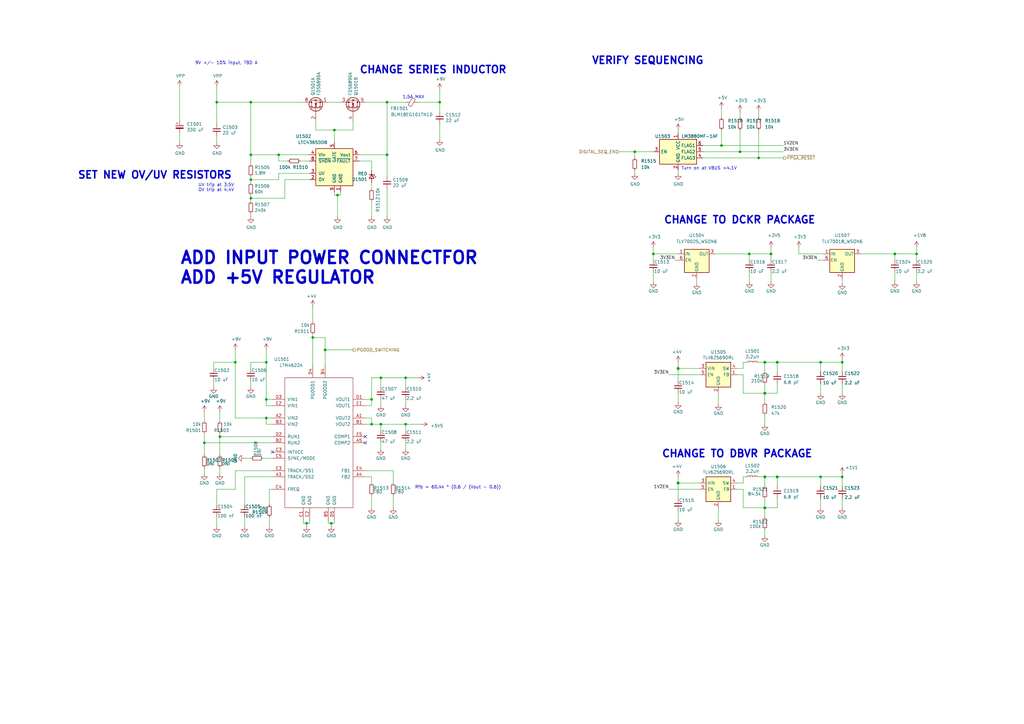
<source format=kicad_sch>
(kicad_sch (version 20210621) (generator eeschema)
  (paper "A3")
  (junction (at 83.82 181.61) (diameter 0.9144))
  (junction (at 88.9 41.91) (diameter 0.9144))
  (junction (at 90.17 179.07) (diameter 0.9144))
  (junction (at 96.52 148.59) (diameter 0.9144))
  (junction (at 102.87 41.91) (diameter 0.9144))
  (junction (at 102.87 63.5) (diameter 0.9144))
  (junction (at 102.87 73.66) (diameter 0.9144))
  (junction (at 102.87 81.28) (diameter 0.9144))
  (junction (at 109.22 148.59) (diameter 0.9144))
  (junction (at 109.22 163.83) (diameter 0.9144))
  (junction (at 109.22 171.45) (diameter 0.9144))
  (junction (at 114.3 63.5) (diameter 0.9144))
  (junction (at 125.73 214.63) (diameter 0.9144))
  (junction (at 128.27 138.43) (diameter 0.9144))
  (junction (at 133.35 143.51) (diameter 0.9144))
  (junction (at 135.89 214.63) (diameter 0.9144))
  (junction (at 137.16 53.34) (diameter 0.9144))
  (junction (at 138.43 80.01) (diameter 0.9144))
  (junction (at 152.4 163.83) (diameter 0.9144))
  (junction (at 152.4 173.99) (diameter 0.9144))
  (junction (at 156.21 154.94) (diameter 0.9144))
  (junction (at 156.21 173.99) (diameter 0.9144))
  (junction (at 158.75 41.91) (diameter 0.9144))
  (junction (at 158.75 63.5) (diameter 0.9144))
  (junction (at 166.37 154.94) (diameter 0.9144))
  (junction (at 166.37 173.99) (diameter 0.9144))
  (junction (at 180.34 41.91) (diameter 0.9144))
  (junction (at 260.35 62.23) (diameter 0.9144))
  (junction (at 267.97 104.14) (diameter 0.9144))
  (junction (at 278.13 151.13) (diameter 1.016))
  (junction (at 278.13 198.12) (diameter 1.016))
  (junction (at 295.91 59.69) (diameter 0.9144))
  (junction (at 303.53 62.23) (diameter 0.9144))
  (junction (at 307.34 104.14) (diameter 0.9144))
  (junction (at 311.15 64.77) (diameter 0.9144))
  (junction (at 313.69 148.59) (diameter 1.016))
  (junction (at 313.69 161.29) (diameter 1.016))
  (junction (at 313.69 195.58) (diameter 1.016))
  (junction (at 313.69 208.28) (diameter 1.016))
  (junction (at 316.23 104.14) (diameter 0.9144))
  (junction (at 318.77 148.59) (diameter 1.016))
  (junction (at 318.77 195.58) (diameter 1.016))
  (junction (at 336.55 148.59) (diameter 0.9144))
  (junction (at 336.55 195.58) (diameter 0.9144))
  (junction (at 345.44 148.59) (diameter 0.9144))
  (junction (at 345.44 195.58) (diameter 0.9144))
  (junction (at 367.03 104.14) (diameter 0.9144))
  (junction (at 375.92 104.14) (diameter 0.9144))
  (no_connect (at 111.76 185.42))
  (no_connect (at 149.86 179.07))
  (no_connect (at 149.86 181.61))
  (wire (pts (xy 73.66 35.56) (xy 73.66 49.53)))
  (wire (pts (xy 73.66 54.61) (xy 73.66 58.42)))
  (wire (pts (xy 83.82 168.91) (xy 83.82 172.72)))
  (wire (pts (xy 83.82 177.8) (xy 83.82 181.61)))
  (wire (pts (xy 83.82 181.61) (xy 111.76 181.61)))
  (wire (pts (xy 83.82 186.69) (xy 83.82 181.61)))
  (wire (pts (xy 83.82 191.77) (xy 83.82 194.31)))
  (wire (pts (xy 87.63 148.59) (xy 96.52 148.59)))
  (wire (pts (xy 87.63 151.13) (xy 87.63 148.59)))
  (wire (pts (xy 87.63 158.75) (xy 87.63 156.21)))
  (wire (pts (xy 88.9 35.56) (xy 88.9 41.91)))
  (wire (pts (xy 88.9 41.91) (xy 88.9 50.8)))
  (wire (pts (xy 88.9 41.91) (xy 102.87 41.91)))
  (wire (pts (xy 88.9 55.88) (xy 88.9 58.42)))
  (wire (pts (xy 88.9 200.66) (xy 96.52 200.66)))
  (wire (pts (xy 88.9 207.01) (xy 88.9 200.66)))
  (wire (pts (xy 88.9 212.09) (xy 88.9 215.9)))
  (wire (pts (xy 90.17 168.91) (xy 90.17 172.72)))
  (wire (pts (xy 90.17 177.8) (xy 90.17 179.07)))
  (wire (pts (xy 90.17 179.07) (xy 90.17 186.69)))
  (wire (pts (xy 90.17 179.07) (xy 111.76 179.07)))
  (wire (pts (xy 90.17 191.77) (xy 90.17 194.31)))
  (wire (pts (xy 96.52 148.59) (xy 96.52 143.51)))
  (wire (pts (xy 96.52 171.45) (xy 96.52 148.59)))
  (wire (pts (xy 96.52 193.04) (xy 111.76 193.04)))
  (wire (pts (xy 96.52 200.66) (xy 96.52 193.04)))
  (wire (pts (xy 100.33 187.96) (xy 102.87 187.96)))
  (wire (pts (xy 100.33 195.58) (xy 100.33 207.01)))
  (wire (pts (xy 100.33 215.9) (xy 100.33 212.09)))
  (wire (pts (xy 102.87 41.91) (xy 102.87 63.5)))
  (wire (pts (xy 102.87 63.5) (xy 114.3 63.5)))
  (wire (pts (xy 102.87 67.31) (xy 102.87 63.5)))
  (wire (pts (xy 102.87 73.66) (xy 102.87 72.39)))
  (wire (pts (xy 102.87 73.66) (xy 114.3 73.66)))
  (wire (pts (xy 102.87 74.93) (xy 102.87 73.66)))
  (wire (pts (xy 102.87 81.28) (xy 102.87 80.01)))
  (wire (pts (xy 102.87 81.28) (xy 116.84 81.28)))
  (wire (pts (xy 102.87 82.55) (xy 102.87 81.28)))
  (wire (pts (xy 102.87 87.63) (xy 102.87 88.9)))
  (wire (pts (xy 102.87 148.59) (xy 109.22 148.59)))
  (wire (pts (xy 102.87 151.13) (xy 102.87 148.59)))
  (wire (pts (xy 102.87 156.21) (xy 102.87 158.75)))
  (wire (pts (xy 107.95 187.96) (xy 111.76 187.96)))
  (wire (pts (xy 109.22 143.51) (xy 109.22 148.59)))
  (wire (pts (xy 109.22 148.59) (xy 109.22 163.83)))
  (wire (pts (xy 109.22 163.83) (xy 111.76 163.83)))
  (wire (pts (xy 109.22 166.37) (xy 109.22 163.83)))
  (wire (pts (xy 109.22 171.45) (xy 96.52 171.45)))
  (wire (pts (xy 109.22 171.45) (xy 111.76 171.45)))
  (wire (pts (xy 109.22 173.99) (xy 109.22 171.45)))
  (wire (pts (xy 110.49 200.66) (xy 110.49 207.01)))
  (wire (pts (xy 110.49 200.66) (xy 111.76 200.66)))
  (wire (pts (xy 110.49 215.9) (xy 110.49 212.09)))
  (wire (pts (xy 111.76 166.37) (xy 109.22 166.37)))
  (wire (pts (xy 111.76 173.99) (xy 109.22 173.99)))
  (wire (pts (xy 111.76 195.58) (xy 100.33 195.58)))
  (wire (pts (xy 114.3 63.5) (xy 127 63.5)))
  (wire (pts (xy 114.3 66.04) (xy 114.3 63.5)))
  (wire (pts (xy 114.3 71.12) (xy 127 71.12)))
  (wire (pts (xy 114.3 73.66) (xy 114.3 71.12)))
  (wire (pts (xy 116.84 73.66) (xy 127 73.66)))
  (wire (pts (xy 116.84 81.28) (xy 116.84 73.66)))
  (wire (pts (xy 118.11 66.04) (xy 114.3 66.04)))
  (wire (pts (xy 123.19 66.04) (xy 127 66.04)))
  (wire (pts (xy 124.46 41.91) (xy 102.87 41.91)))
  (wire (pts (xy 124.46 213.36) (xy 124.46 214.63)))
  (wire (pts (xy 124.46 214.63) (xy 125.73 214.63)))
  (wire (pts (xy 125.73 214.63) (xy 125.73 215.9)))
  (wire (pts (xy 125.73 214.63) (xy 127 214.63)))
  (wire (pts (xy 127 214.63) (xy 127 213.36)))
  (wire (pts (xy 128.27 125.73) (xy 128.27 132.08)))
  (wire (pts (xy 128.27 137.16) (xy 128.27 138.43)))
  (wire (pts (xy 128.27 138.43) (xy 128.27 149.86)))
  (wire (pts (xy 128.27 138.43) (xy 133.35 138.43)))
  (wire (pts (xy 129.54 49.53) (xy 129.54 53.34)))
  (wire (pts (xy 129.54 53.34) (xy 137.16 53.34)))
  (wire (pts (xy 133.35 138.43) (xy 133.35 143.51)))
  (wire (pts (xy 133.35 143.51) (xy 144.78 143.51)))
  (wire (pts (xy 133.35 149.86) (xy 133.35 143.51)))
  (wire (pts (xy 134.62 41.91) (xy 139.7 41.91)))
  (wire (pts (xy 134.62 213.36) (xy 134.62 214.63)))
  (wire (pts (xy 134.62 214.63) (xy 135.89 214.63)))
  (wire (pts (xy 135.89 214.63) (xy 135.89 215.9)))
  (wire (pts (xy 135.89 214.63) (xy 137.16 214.63)))
  (wire (pts (xy 137.16 53.34) (xy 137.16 58.42)))
  (wire (pts (xy 137.16 53.34) (xy 144.78 53.34)))
  (wire (pts (xy 137.16 78.74) (xy 137.16 80.01)))
  (wire (pts (xy 137.16 80.01) (xy 138.43 80.01)))
  (wire (pts (xy 137.16 214.63) (xy 137.16 213.36)))
  (wire (pts (xy 138.43 80.01) (xy 138.43 88.9)))
  (wire (pts (xy 138.43 80.01) (xy 139.7 80.01)))
  (wire (pts (xy 139.7 80.01) (xy 139.7 78.74)))
  (wire (pts (xy 144.78 53.34) (xy 144.78 49.53)))
  (wire (pts (xy 147.32 63.5) (xy 158.75 63.5)))
  (wire (pts (xy 147.32 66.04) (xy 152.4 66.04)))
  (wire (pts (xy 149.86 41.91) (xy 158.75 41.91)))
  (wire (pts (xy 149.86 166.37) (xy 152.4 166.37)))
  (wire (pts (xy 149.86 171.45) (xy 152.4 171.45)))
  (wire (pts (xy 149.86 173.99) (xy 152.4 173.99)))
  (wire (pts (xy 149.86 193.04) (xy 161.29 193.04)))
  (wire (pts (xy 149.86 195.58) (xy 152.4 195.58)))
  (wire (pts (xy 152.4 66.04) (xy 152.4 69.85)))
  (wire (pts (xy 152.4 74.93) (xy 152.4 77.47)))
  (wire (pts (xy 152.4 82.55) (xy 152.4 88.9)))
  (wire (pts (xy 152.4 154.94) (xy 156.21 154.94)))
  (wire (pts (xy 152.4 163.83) (xy 149.86 163.83)))
  (wire (pts (xy 152.4 163.83) (xy 152.4 154.94)))
  (wire (pts (xy 152.4 166.37) (xy 152.4 163.83)))
  (wire (pts (xy 152.4 171.45) (xy 152.4 173.99)))
  (wire (pts (xy 152.4 173.99) (xy 156.21 173.99)))
  (wire (pts (xy 152.4 195.58) (xy 152.4 198.12)))
  (wire (pts (xy 152.4 203.2) (xy 152.4 208.28)))
  (wire (pts (xy 156.21 154.94) (xy 166.37 154.94)))
  (wire (pts (xy 156.21 158.75) (xy 156.21 154.94)))
  (wire (pts (xy 156.21 163.83) (xy 156.21 166.37)))
  (wire (pts (xy 156.21 173.99) (xy 156.21 176.53)))
  (wire (pts (xy 156.21 173.99) (xy 166.37 173.99)))
  (wire (pts (xy 156.21 181.61) (xy 156.21 184.15)))
  (wire (pts (xy 158.75 41.91) (xy 158.75 63.5)))
  (wire (pts (xy 158.75 41.91) (xy 166.37 41.91)))
  (wire (pts (xy 158.75 63.5) (xy 158.75 72.39)))
  (wire (pts (xy 158.75 77.47) (xy 158.75 88.9)))
  (wire (pts (xy 161.29 193.04) (xy 161.29 198.12)))
  (wire (pts (xy 161.29 203.2) (xy 161.29 208.28)))
  (wire (pts (xy 166.37 154.94) (xy 171.45 154.94)))
  (wire (pts (xy 166.37 158.75) (xy 166.37 154.94)))
  (wire (pts (xy 166.37 166.37) (xy 166.37 163.83)))
  (wire (pts (xy 166.37 173.99) (xy 172.72 173.99)))
  (wire (pts (xy 166.37 176.53) (xy 166.37 173.99)))
  (wire (pts (xy 166.37 184.15) (xy 166.37 181.61)))
  (wire (pts (xy 171.45 41.91) (xy 180.34 41.91)))
  (wire (pts (xy 180.34 36.83) (xy 180.34 41.91)))
  (wire (pts (xy 180.34 45.72) (xy 180.34 41.91)))
  (wire (pts (xy 180.34 50.8) (xy 180.34 57.15)))
  (wire (pts (xy 254 62.23) (xy 260.35 62.23)))
  (wire (pts (xy 260.35 62.23) (xy 260.35 64.77)))
  (wire (pts (xy 260.35 62.23) (xy 267.97 62.23)))
  (wire (pts (xy 260.35 69.85) (xy 260.35 71.12)))
  (wire (pts (xy 267.97 101.6) (xy 267.97 104.14)))
  (wire (pts (xy 267.97 104.14) (xy 267.97 106.68)))
  (wire (pts (xy 267.97 104.14) (xy 278.13 104.14)))
  (wire (pts (xy 267.97 111.76) (xy 267.97 115.57)))
  (wire (pts (xy 274.32 153.67) (xy 287.02 153.67)))
  (wire (pts (xy 274.32 200.66) (xy 287.02 200.66)))
  (wire (pts (xy 276.86 106.68) (xy 278.13 106.68)))
  (wire (pts (xy 278.13 53.34) (xy 278.13 54.61)))
  (wire (pts (xy 278.13 69.85) (xy 278.13 71.12)))
  (wire (pts (xy 278.13 148.59) (xy 278.13 151.13)))
  (wire (pts (xy 278.13 151.13) (xy 278.13 156.21)))
  (wire (pts (xy 278.13 151.13) (xy 287.02 151.13)))
  (wire (pts (xy 278.13 161.29) (xy 278.13 165.1)))
  (wire (pts (xy 278.13 195.58) (xy 278.13 198.12)))
  (wire (pts (xy 278.13 198.12) (xy 278.13 204.47)))
  (wire (pts (xy 278.13 198.12) (xy 287.02 198.12)))
  (wire (pts (xy 278.13 209.55) (xy 278.13 213.36)))
  (wire (pts (xy 285.75 114.3) (xy 285.75 116.205)))
  (wire (pts (xy 288.29 59.69) (xy 295.91 59.69)))
  (wire (pts (xy 288.29 62.23) (xy 303.53 62.23)))
  (wire (pts (xy 288.29 64.77) (xy 311.15 64.77)))
  (wire (pts (xy 293.37 104.14) (xy 307.34 104.14)))
  (wire (pts (xy 294.64 161.29) (xy 294.64 165.735)))
  (wire (pts (xy 294.64 208.28) (xy 294.64 213.36)))
  (wire (pts (xy 295.91 44.45) (xy 295.91 48.26)))
  (wire (pts (xy 295.91 53.34) (xy 295.91 59.69)))
  (wire (pts (xy 295.91 59.69) (xy 321.31 59.69)))
  (wire (pts (xy 303.53 45.72) (xy 303.53 48.26)))
  (wire (pts (xy 303.53 53.34) (xy 303.53 62.23)))
  (wire (pts (xy 303.53 62.23) (xy 321.31 62.23)))
  (wire (pts (xy 304.8 148.59) (xy 304.8 151.13)))
  (wire (pts (xy 304.8 148.59) (xy 306.07 148.59)))
  (wire (pts (xy 304.8 151.13) (xy 302.26 151.13)))
  (wire (pts (xy 304.8 153.67) (xy 302.26 153.67)))
  (wire (pts (xy 304.8 161.29) (xy 304.8 153.67)))
  (wire (pts (xy 304.8 195.58) (xy 304.8 198.12)))
  (wire (pts (xy 304.8 195.58) (xy 306.07 195.58)))
  (wire (pts (xy 304.8 198.12) (xy 302.26 198.12)))
  (wire (pts (xy 304.8 200.66) (xy 302.26 200.66)))
  (wire (pts (xy 304.8 208.28) (xy 304.8 200.66)))
  (wire (pts (xy 304.8 208.28) (xy 313.69 208.28)))
  (wire (pts (xy 307.34 104.14) (xy 307.34 106.68)))
  (wire (pts (xy 307.34 104.14) (xy 316.23 104.14)))
  (wire (pts (xy 307.34 111.76) (xy 307.34 115.57)))
  (wire (pts (xy 311.15 45.72) (xy 311.15 48.26)))
  (wire (pts (xy 311.15 53.34) (xy 311.15 64.77)))
  (wire (pts (xy 311.15 64.77) (xy 321.31 64.77)))
  (wire (pts (xy 311.15 148.59) (xy 313.69 148.59)))
  (wire (pts (xy 311.15 195.58) (xy 313.69 195.58)))
  (wire (pts (xy 313.69 148.59) (xy 313.69 152.4)))
  (wire (pts (xy 313.69 148.59) (xy 318.77 148.59)))
  (wire (pts (xy 313.69 157.48) (xy 313.69 161.29)))
  (wire (pts (xy 313.69 161.29) (xy 304.8 161.29)))
  (wire (pts (xy 313.69 161.29) (xy 313.69 165.1)))
  (wire (pts (xy 313.69 170.18) (xy 313.69 173.99)))
  (wire (pts (xy 313.69 195.58) (xy 313.69 199.39)))
  (wire (pts (xy 313.69 195.58) (xy 318.77 195.58)))
  (wire (pts (xy 313.69 204.47) (xy 313.69 208.28)))
  (wire (pts (xy 313.69 208.28) (xy 313.69 212.09)))
  (wire (pts (xy 313.69 217.17) (xy 313.69 219.71)))
  (wire (pts (xy 316.23 101.6) (xy 316.23 104.14)))
  (wire (pts (xy 316.23 104.14) (xy 316.23 106.68)))
  (wire (pts (xy 316.23 111.76) (xy 316.23 115.57)))
  (wire (pts (xy 318.77 148.59) (xy 318.77 152.4)))
  (wire (pts (xy 318.77 148.59) (xy 336.55 148.59)))
  (wire (pts (xy 318.77 157.48) (xy 318.77 161.29)))
  (wire (pts (xy 318.77 161.29) (xy 313.69 161.29)))
  (wire (pts (xy 318.77 195.58) (xy 318.77 199.39)))
  (wire (pts (xy 318.77 195.58) (xy 336.55 195.58)))
  (wire (pts (xy 318.77 204.47) (xy 318.77 208.28)))
  (wire (pts (xy 318.77 208.28) (xy 313.69 208.28)))
  (wire (pts (xy 327.66 101.6) (xy 327.66 104.14)))
  (wire (pts (xy 327.66 104.14) (xy 337.82 104.14)))
  (wire (pts (xy 336.55 148.59) (xy 336.55 152.4)))
  (wire (pts (xy 336.55 148.59) (xy 345.44 148.59)))
  (wire (pts (xy 336.55 157.48) (xy 336.55 161.29)))
  (wire (pts (xy 336.55 195.58) (xy 336.55 199.39)))
  (wire (pts (xy 336.55 195.58) (xy 345.44 195.58)))
  (wire (pts (xy 336.55 204.47) (xy 336.55 208.28)))
  (wire (pts (xy 337.82 106.68) (xy 335.28 106.68)))
  (wire (pts (xy 345.44 114.3) (xy 345.44 116.205)))
  (wire (pts (xy 345.44 148.59) (xy 345.44 147.32)))
  (wire (pts (xy 345.44 148.59) (xy 345.44 152.4)))
  (wire (pts (xy 345.44 157.48) (xy 345.44 161.29)))
  (wire (pts (xy 345.44 194.31) (xy 345.44 195.58)))
  (wire (pts (xy 345.44 195.58) (xy 345.44 199.39)))
  (wire (pts (xy 345.44 204.47) (xy 345.44 208.28)))
  (wire (pts (xy 353.06 104.14) (xy 367.03 104.14)))
  (wire (pts (xy 367.03 104.14) (xy 367.03 106.68)))
  (wire (pts (xy 367.03 104.14) (xy 375.92 104.14)))
  (wire (pts (xy 367.03 111.76) (xy 367.03 115.57)))
  (wire (pts (xy 375.92 101.6) (xy 375.92 104.14)))
  (wire (pts (xy 375.92 104.14) (xy 375.92 106.68)))
  (wire (pts (xy 375.92 111.76) (xy 375.92 115.57)))
  (text "SET NEW OV/UV RESISTORS" (at 31.75 73.66 0) (effects (font (size 3 3) (thickness 0.6) bold) (justify left bottom)))
  (text "ADD INPUT POWER CONNECTFOR\nADD +5V REGULATOR" (at 73.66 116.84 0) (effects (font (size 5 5) (thickness 1) bold) (justify left bottom)))
  (text "9V +/- 10% input, TBD A" (at 80.01 26.67 0) (effects (font (size 1.27 1.27)) (justify left bottom)))
  (text "UV trip at 3.5V\nOV trip at 4.4V" (at 81.28 78.74 0) (effects (font (size 1.27 1.27)) (justify left bottom)))
  (text "CHANGE SERIES INDUCTOR" (at 147.32 30.48 0) (effects (font (size 3 3) (thickness 0.6) bold) (justify left bottom)))
  (text "1.5A MAX" (at 165.1 40.64 0) (effects (font (size 1.27 1.27)) (justify left bottom)))
  (text "Rfb = 60.4k * (0.6 / (Vout - 0.6))" (at 170.18 200.66 0) (effects (font (size 1.27 1.27)) (justify left bottom)))
  (text "VERIFY SEQUENCING\n" (at 242.57 26.67 0) (effects (font (size 3 3) (thickness 0.6) bold) (justify left bottom)))
  (text "Turn on at VBUS >4.1V" (at 279.4 69.85 0) (effects (font (size 1.27 1.27)) (justify left bottom)))
  (text "CHANGE TO DBVR PACKAGE" (at 333.375 187.96 180) (effects (font (size 3 3) (thickness 0.6) bold) (justify right bottom)))
  (text "CHANGE TO DCKR PACKAGE" (at 334.645 92.075 180) (effects (font (size 3 3) (thickness 0.6) bold) (justify right bottom)))
  (label "3V3EN" (at 274.32 153.67 180))
  (label "1V2EN" (at 274.32 200.66 180))
  (label "3V3EN" (at 276.86 106.68 180))
  (label "1V2EN" (at 321.31 59.69 0))
  (label "3V3EN" (at 321.31 62.23 0))
  (label "3V3EN" (at 335.28 106.68 180))
  (hierarchical_label "PGOOD_SWITCHING" (shape output) (at 144.78 143.51 0))
  (hierarchical_label "DIGITAL_SEQ_EN" (shape input) (at 254 62.23 180))
  (hierarchical_label "~{FPGA_RESET}" (shape output) (at 321.31 64.77 0))
  (symbol (lib_id "power:VPP") (at 73.66 35.56 0) (unit 1)
    (property "Reference" "#PWR01501" (effects hide))
    (property "Value" "VPP" (at 74.041 31.1658 0))
  )
  (symbol (lib_id "power:+9V") (at 83.82 168.91 0) (unit 1)
    (property "Reference" "#PWR01503" (effects hide))
    (property "Value" "+9V" (at 84.201 164.5158 0))
  )
  (symbol (lib_id "power:VPP") (at 88.9 35.56 0) (unit 1)
    (property "Reference" "#PWR01506" (effects hide))
    (property "Value" "VPP" (at 89.281 31.1658 0))
  )
  (symbol (lib_id "power:+9V") (at 90.17 168.91 0) (unit 1)
    (property "Reference" "#PWR01509" (effects hide))
    (property "Value" "+9V" (at 90.551 164.5158 0))
  )
  (symbol (lib_id "power:+9V") (at 96.52 143.51 0) (unit 1)
    (property "Reference" "#PWR01511" (effects hide))
    (property "Value" "+9V" (at 96.901 139.1158 0))
  )
  (symbol (lib_id "power:+9V") (at 109.22 143.51 0) (unit 1)
    (property "Reference" "#PWR01516" (effects hide))
    (property "Value" "+9V" (at 109.601 139.1158 0))
  )
  (symbol (lib_id "power:+4V") (at 128.27 125.73 0) (unit 1)
    (property "Reference" "#PWR01519" (effects hide))
    (property "Value" "+4V" (at 125.73 121.4754 0) (effects (justify left)))
  )
  (symbol (lib_id "power:+4V") (at 171.45 154.94 270) (unit 1)
    (property "Reference" "#PWR01530" (effects hide))
    (property "Value" "+4V" (at 175.895 154.94 0))
  )
  (symbol (lib_id "power:+9V") (at 180.34 36.83 0) (unit 1)
    (property "Reference" "#PWR01532" (effects hide))
    (property "Value" "+9V" (at 180.721 32.4358 0))
  )
  (symbol (lib_id "power:+3V3") (at 267.97 101.6 0) (unit 1)
    (property "Reference" "#PWR01535" (effects hide))
    (property "Value" "+3V3" (at 268.351 97.1296 0))
  )
  (symbol (lib_id "power:+5V") (at 278.13 53.34 0) (unit 1)
    (property "Reference" "#PWR01537" (effects hide))
    (property "Value" "+5V" (at 278.511 48.9458 0))
  )
  (symbol (lib_id "power:+4V") (at 278.13 148.59 0) (unit 1)
    (property "Reference" "#PWR0102" (effects hide))
    (property "Value" "+4V" (at 275.59 144.3354 0) (effects (justify left)))
  )
  (symbol (lib_id "power:+4V") (at 278.13 195.58 0) (unit 1)
    (property "Reference" "#PWR0101" (effects hide))
    (property "Value" "+4V" (at 275.59 191.3254 0) (effects (justify left)))
  )
  (symbol (lib_id "power:+5V") (at 295.91 44.45 0) (unit 1)
    (property "Reference" "#PWR01546" (effects hide))
    (property "Value" "+5V" (at 296.291 40.0558 0))
  )
  (symbol (lib_id "power:+3V3") (at 303.53 45.72 0) (unit 1)
    (property "Reference" "#PWR01547" (effects hide))
    (property "Value" "+3V3" (at 303.911 41.2496 0))
  )
  (symbol (lib_id "power:+3V3") (at 311.15 45.72 0) (unit 1)
    (property "Reference" "#PWR01549" (effects hide))
    (property "Value" "+3V3" (at 311.531 41.2496 0))
  )
  (symbol (lib_id "power:+2V5") (at 316.23 101.6 0) (unit 1)
    (property "Reference" "#PWR01552" (effects hide))
    (property "Value" "+2V5" (at 317.5 96.52 0))
  )
  (symbol (lib_id "power:+3V3") (at 327.66 101.6 0) (unit 1)
    (property "Reference" "#PWR01554" (effects hide))
    (property "Value" "+3V3" (at 328.041 97.1296 0))
  )
  (symbol (lib_id "power:+3V3") (at 345.44 147.32 0) (unit 1)
    (property "Reference" "#PWR01558" (effects hide))
    (property "Value" "+3V3" (at 345.821 142.8496 0))
  )
  (symbol (lib_id "power:+1V1") (at 345.44 194.31 0) (mirror y) (unit 1)
    (property "Reference" "#PWR01560" (effects hide))
    (property "Value" "+1V1" (at 349.25 191.77 0))
  )
  (symbol (lib_id "power:+1V8") (at 375.92 101.6 0) (unit 1)
    (property "Reference" "#PWR01563" (effects hide))
    (property "Value" "+1V8" (at 377.19 96.52 0))
  )
  (symbol (lib_id "jtk_rf:+5V5") (at 172.72 173.99 270) (unit 1) (in_bom no) (on_board no)
    (property "Reference" "#PWR01531" (effects hide))
    (property "Value" "+5V5" (at 176.53 174.6249 90) (effects (justify left)))
  )
  (symbol (lib_id "Device:L_Small") (at 308.61 148.59 90) (unit 1)
    (property "Reference" "L1501" (at 308.61 143.9988 90))
    (property "Value" "2.2uH" (at 308.61 146.2975 90))
    (property "Footprint" "Inductor_SMD:L_0805_2012Metric" (effects hide))
    (property "Mfg" "Sunltech Tech" (effects hide))
    (property "PN" "SLM20122R2MIT" (effects hide))
  )
  (symbol (lib_id "Device:L_Small") (at 308.61 195.58 90) (unit 1)
    (property "Reference" "L1502" (at 308.61 190.9888 90))
    (property "Value" "2.2uH" (at 308.61 193.2875 90))
    (property "Footprint" "Inductor_SMD:L_0805_2012Metric" (effects hide))
    (property "Mfg" "Sunltech Tech" (effects hide))
    (property "PN" "SLM20122R2MIT" (effects hide))
  )
  (symbol (lib_id "power:GND") (at 73.66 58.42 0) (unit 1)
    (property "Reference" "#PWR01502" (effects hide))
    (property "Value" "GND" (at 73.787 62.8142 0))
  )
  (symbol (lib_id "power:GND") (at 83.82 194.31 0) (unit 1)
    (property "Reference" "#PWR01504" (effects hide))
    (property "Value" "GND" (at 83.82 198.12 0))
  )
  (symbol (lib_id "power:GND") (at 87.63 158.75 0) (unit 1)
    (property "Reference" "#PWR01505" (effects hide))
    (property "Value" "GND" (at 87.63 162.56 0))
  )
  (symbol (lib_id "power:GND") (at 88.9 58.42 0) (unit 1)
    (property "Reference" "#PWR01507" (effects hide))
    (property "Value" "GND" (at 89.027 62.8142 0))
  )
  (symbol (lib_id "power:GND") (at 88.9 215.9 0) (unit 1)
    (property "Reference" "#PWR01508" (effects hide))
    (property "Value" "GND" (at 88.9 219.71 0))
  )
  (symbol (lib_id "power:GND") (at 90.17 194.31 0) (unit 1)
    (property "Reference" "#PWR01510" (effects hide))
    (property "Value" "GND" (at 90.17 198.12 0))
  )
  (symbol (lib_id "power:GND") (at 100.33 187.96 270) (unit 1)
    (property "Reference" "#PWR01512" (effects hide))
    (property "Value" "GND" (at 96.52 187.96 0))
  )
  (symbol (lib_id "power:GND") (at 100.33 215.9 0) (unit 1)
    (property "Reference" "#PWR01513" (effects hide))
    (property "Value" "GND" (at 100.33 219.71 0))
  )
  (symbol (lib_id "power:GND") (at 102.87 88.9 0) (unit 1)
    (property "Reference" "#PWR01514" (effects hide))
    (property "Value" "GND" (at 102.997 93.2942 0))
  )
  (symbol (lib_id "power:GND") (at 102.87 158.75 0) (unit 1)
    (property "Reference" "#PWR01515" (effects hide))
    (property "Value" "GND" (at 102.87 162.56 0))
  )
  (symbol (lib_id "power:GND") (at 110.49 215.9 0) (unit 1)
    (property "Reference" "#PWR01517" (effects hide))
    (property "Value" "GND" (at 110.49 219.71 0))
  )
  (symbol (lib_id "power:GND") (at 125.73 215.9 0) (unit 1)
    (property "Reference" "#PWR01518" (effects hide))
    (property "Value" "GND" (at 125.73 219.71 0))
  )
  (symbol (lib_id "power:GND") (at 135.89 215.9 0) (unit 1)
    (property "Reference" "#PWR01520" (effects hide))
    (property "Value" "GND" (at 135.89 219.71 0))
  )
  (symbol (lib_id "power:GND") (at 138.43 88.9 0) (unit 1)
    (property "Reference" "#PWR01521" (effects hide))
    (property "Value" "GND" (at 138.557 93.2942 0))
  )
  (symbol (lib_id "power:GND") (at 152.4 88.9 0) (unit 1)
    (property "Reference" "#PWR01522" (effects hide))
    (property "Value" "GND" (at 152.527 93.2942 0))
  )
  (symbol (lib_id "power:GND") (at 152.4 208.28 0) (unit 1)
    (property "Reference" "#PWR01523" (effects hide))
    (property "Value" "GND" (at 152.4 212.09 0))
  )
  (symbol (lib_id "power:GND") (at 156.21 166.37 0) (unit 1)
    (property "Reference" "#PWR01524" (effects hide))
    (property "Value" "GND" (at 156.21 170.18 0))
  )
  (symbol (lib_id "power:GND") (at 156.21 184.15 0) (unit 1)
    (property "Reference" "#PWR01525" (effects hide))
    (property "Value" "GND" (at 156.21 187.96 0))
  )
  (symbol (lib_id "power:GND") (at 158.75 88.9 0) (unit 1)
    (property "Reference" "#PWR01526" (effects hide))
    (property "Value" "GND" (at 158.877 93.2942 0))
  )
  (symbol (lib_id "power:GND") (at 161.29 208.28 0) (unit 1)
    (property "Reference" "#PWR01527" (effects hide))
    (property "Value" "GND" (at 161.29 212.09 0))
  )
  (symbol (lib_id "power:GND") (at 166.37 166.37 0) (unit 1)
    (property "Reference" "#PWR01528" (effects hide))
    (property "Value" "GND" (at 166.37 170.18 0))
  )
  (symbol (lib_id "power:GND") (at 166.37 184.15 0) (unit 1)
    (property "Reference" "#PWR01529" (effects hide))
    (property "Value" "GND" (at 166.37 187.96 0))
  )
  (symbol (lib_id "power:GND") (at 180.34 57.15 0) (unit 1)
    (property "Reference" "#PWR01533" (effects hide))
    (property "Value" "GND" (at 180.467 61.5442 0))
  )
  (symbol (lib_id "power:GND") (at 260.35 71.12 0) (unit 1)
    (property "Reference" "#PWR01534" (effects hide))
    (property "Value" "GND" (at 260.477 75.5142 0))
  )
  (symbol (lib_id "power:GND") (at 267.97 115.57 0) (unit 1)
    (property "Reference" "#PWR01536" (effects hide))
    (property "Value" "GND" (at 267.97 119.38 0))
  )
  (symbol (lib_id "power:GND") (at 278.13 71.12 0) (unit 1)
    (property "Reference" "#PWR01538" (effects hide))
    (property "Value" "GND" (at 278.257 75.5142 0))
  )
  (symbol (lib_id "power:GND") (at 278.13 165.1 0) (unit 1)
    (property "Reference" "#PWR01540" (effects hide))
    (property "Value" "GND" (at 278.13 168.91 0))
  )
  (symbol (lib_id "power:GND") (at 278.13 213.36 0) (unit 1)
    (property "Reference" "#PWR01542" (effects hide))
    (property "Value" "GND" (at 278.13 217.17 0))
  )
  (symbol (lib_id "power:GND") (at 285.75 116.205 0) (unit 1)
    (property "Reference" "#PWR01543" (effects hide))
    (property "Value" "GND" (at 285.75 120.015 0))
  )
  (symbol (lib_id "power:GND") (at 294.64 165.735 0) (unit 1)
    (property "Reference" "#PWR01544" (effects hide))
    (property "Value" "GND" (at 294.64 169.545 0))
  )
  (symbol (lib_id "power:GND") (at 294.64 213.36 0) (unit 1)
    (property "Reference" "#PWR01545" (effects hide))
    (property "Value" "GND" (at 294.64 217.17 0))
  )
  (symbol (lib_id "power:GND") (at 307.34 115.57 0) (unit 1)
    (property "Reference" "#PWR01548" (effects hide))
    (property "Value" "GND" (at 307.34 119.38 0))
  )
  (symbol (lib_id "power:GND") (at 313.69 173.99 0) (unit 1)
    (property "Reference" "#PWR0103" (effects hide))
    (property "Value" "GND" (at 313.69 177.8 0))
  )
  (symbol (lib_id "power:GND") (at 313.69 219.71 0) (unit 1)
    (property "Reference" "#PWR01551" (effects hide))
    (property "Value" "GND" (at 313.69 223.52 0))
  )
  (symbol (lib_id "power:GND") (at 316.23 115.57 0) (unit 1)
    (property "Reference" "#PWR01553" (effects hide))
    (property "Value" "GND" (at 316.23 119.38 0))
  )
  (symbol (lib_id "power:GND") (at 336.55 161.29 0) (unit 1)
    (property "Reference" "#PWR01555" (effects hide))
    (property "Value" "GND" (at 336.55 165.1 0))
  )
  (symbol (lib_id "power:GND") (at 336.55 208.28 0) (unit 1)
    (property "Reference" "#PWR01556" (effects hide))
    (property "Value" "GND" (at 336.55 212.09 0))
  )
  (symbol (lib_id "power:GND") (at 345.44 116.205 0) (unit 1)
    (property "Reference" "#PWR01557" (effects hide))
    (property "Value" "GND" (at 345.44 120.015 0))
  )
  (symbol (lib_id "power:GND") (at 345.44 161.29 0) (unit 1)
    (property "Reference" "#PWR01559" (effects hide))
    (property "Value" "GND" (at 345.44 165.1 0))
  )
  (symbol (lib_id "power:GND") (at 345.44 208.28 0) (unit 1)
    (property "Reference" "#PWR01561" (effects hide))
    (property "Value" "GND" (at 345.44 212.09 0))
  )
  (symbol (lib_id "power:GND") (at 367.03 115.57 0) (unit 1)
    (property "Reference" "#PWR01562" (effects hide))
    (property "Value" "GND" (at 367.03 119.38 0))
  )
  (symbol (lib_id "power:GND") (at 375.92 115.57 0) (unit 1)
    (property "Reference" "#PWR01564" (effects hide))
    (property "Value" "GND" (at 375.92 119.38 0))
  )
  (symbol (lib_id "Device:R_Small") (at 83.82 175.26 180) (unit 1)
    (property "Reference" "R1501" (at 82.55 176.53 0) (effects (justify left)))
    (property "Value" "10k" (at 82.55 173.99 0) (effects (justify left)))
    (property "Footprint" "Resistor_SMD:R_0402_1005Metric" (effects hide))
  )
  (symbol (lib_id "Device:R_Small") (at 83.82 189.23 0) (unit 1)
    (property "Reference" "R1502" (at 84.582 188.722 0) (effects (justify left)))
    (property "Value" "DNI" (at 84.582 190.246 0) (effects (justify left)))
    (property "Footprint" "Resistor_SMD:R_0402_1005Metric" (effects hide))
  )
  (symbol (lib_id "Device:R_Small") (at 90.17 175.26 180) (unit 1)
    (property "Reference" "R1503" (at 93.98 176.53 0) (effects (justify left)))
    (property "Value" "10k" (at 95.25 173.99 0) (effects (justify left)))
    (property "Footprint" "Resistor_SMD:R_0402_1005Metric" (effects hide))
  )
  (symbol (lib_id "Device:R_Small") (at 90.17 189.23 0) (unit 1)
    (property "Reference" "R1504" (at 90.932 188.722 0) (effects (justify left)))
    (property "Value" "DNI" (at 90.932 190.246 0) (effects (justify left)))
    (property "Footprint" "Resistor_SMD:R_0402_1005Metric" (effects hide))
  )
  (symbol (lib_id "Device:R_Small") (at 102.87 69.85 180) (unit 1)
    (property "Reference" "R1505" (at 104.3686 68.6816 0) (effects (justify right)))
    (property "Value" "1.8M" (at 104.3686 70.993 0) (effects (justify right)))
    (property "Footprint" "Resistor_SMD:R_0402_1005Metric" (effects hide))
    (property "DIST_NAME" "Digi-Key" (effects hide))
    (property "DIST_PN" "2019-RK73H1ETTP1804FCT-ND" (effects hide))
  )
  (symbol (lib_id "Device:R_Small") (at 102.87 77.47 180) (unit 1)
    (property "Reference" "R1506" (at 104.3686 76.3016 0) (effects (justify right)))
    (property "Value" "60k" (at 104.3686 78.613 0) (effects (justify right)))
    (property "Footprint" "Resistor_SMD:R_0402_1005Metric" (effects hide))
  )
  (symbol (lib_id "Device:R_Small") (at 102.87 85.09 180) (unit 1)
    (property "Reference" "R1507" (at 104.3686 83.9216 0) (effects (justify right)))
    (property "Value" "240k" (at 104.3686 86.233 0) (effects (justify right)))
    (property "Footprint" "Resistor_SMD:R_0402_1005Metric" (effects hide))
  )
  (symbol (lib_id "Device:R_Small") (at 105.41 187.96 90) (unit 1)
    (property "Reference" "R1508" (at 104.902 187.198 0) (effects (justify left)))
    (property "Value" "DNI" (at 106.426 187.198 0) (effects (justify left)))
    (property "Footprint" "Resistor_SMD:R_0402_1005Metric" (effects hide))
  )
  (symbol (lib_id "Device:R_Small") (at 110.49 209.55 180) (unit 1)
    (property "Reference" "R1509" (at 109.728 210.058 0) (effects (justify left)))
    (property "Value" "DNI" (at 109.728 208.534 0) (effects (justify left)))
    (property "Footprint" "Resistor_SMD:R_0402_1005Metric" (effects hide))
  )
  (symbol (lib_id "Device:R_Small") (at 120.65 66.04 270) (unit 1)
    (property "Reference" "R1510" (at 123.19 68.58 90))
    (property "Value" "100k" (at 116.84 68.58 90))
    (property "Footprint" "Resistor_SMD:R_0402_1005Metric" (effects hide))
  )
  (symbol (lib_id "Device:R_Small") (at 128.27 134.62 180) (unit 1)
    (property "Reference" "R1511" (at 127 135.89 0) (effects (justify left)))
    (property "Value" "10k" (at 127 133.35 0) (effects (justify left)))
    (property "Footprint" "Resistor_SMD:R_0402_1005Metric" (effects hide))
  )
  (symbol (lib_id "Device:R_Small") (at 152.4 80.01 180) (unit 1)
    (property "Reference" "R1512" (at 154.94 83.82 90))
    (property "Value" "10k" (at 154.94 78.74 90))
    (property "Footprint" "Resistor_SMD:R_0402_1005Metric" (effects hide))
  )
  (symbol (lib_id "Device:R_Small") (at 152.4 200.66 0) (unit 1)
    (property "Reference" "R1513" (at 153.162 200.152 0) (effects (justify left)))
    (property "Value" "TBD" (at 153.162 201.676 0) (effects (justify left)))
    (property "Footprint" "Resistor_SMD:R_0402_1005Metric" (effects hide))
  )
  (symbol (lib_id "Device:R_Small") (at 161.29 200.66 0) (unit 1)
    (property "Reference" "R1514" (at 162.052 200.152 0) (effects (justify left)))
    (property "Value" "TBD" (at 162.052 201.676 0) (effects (justify left)))
    (property "Footprint" "Resistor_SMD:R_0402_1005Metric" (effects hide))
  )
  (symbol (lib_id "Device:R_Small") (at 260.35 67.31 0) (unit 1)
    (property "Reference" "R1515" (at 262.89 66.04 0) (effects (justify left)))
    (property "Value" "10k" (at 262.89 68.58 0) (effects (justify left)))
    (property "Footprint" "Resistor_SMD:R_0402_1005Metric" (effects hide))
  )
  (symbol (lib_id "Device:R_Small") (at 295.91 50.8 0) (unit 1)
    (property "Reference" "R1516" (at 298.45 49.53 0) (effects (justify left)))
    (property "Value" "10k" (at 298.45 52.07 0) (effects (justify left)))
    (property "Footprint" "Resistor_SMD:R_0402_1005Metric" (effects hide))
  )
  (symbol (lib_id "Device:R_Small") (at 303.53 50.8 0) (unit 1)
    (property "Reference" "R1517" (at 306.07 49.53 0) (effects (justify left)))
    (property "Value" "10k" (at 306.07 52.07 0) (effects (justify left)))
    (property "Footprint" "Resistor_SMD:R_0402_1005Metric" (effects hide))
  )
  (symbol (lib_id "Device:R_Small") (at 311.15 50.8 0) (unit 1)
    (property "Reference" "R1518" (at 313.69 49.53 0) (effects (justify left)))
    (property "Value" "10k" (at 313.69 52.07 0) (effects (justify left)))
    (property "Footprint" "Resistor_SMD:R_0402_1005Metric" (effects hide))
  )
  (symbol (lib_id "Device:R_Small") (at 313.69 154.94 0) (unit 1)
    (property "Reference" "R1519" (at 309.245 154.3049 0) (effects (justify left)))
    (property "Value" "210k" (at 307.975 156.2099 0) (effects (justify left)))
    (property "Footprint" "Resistor_SMD:R_0402_1005Metric" (effects hide))
  )
  (symbol (lib_id "Device:R_Small") (at 313.69 167.64 0) (unit 1)
    (property "Reference" "R1520" (at 316.23 167.0049 0) (effects (justify left)))
    (property "Value" "47k" (at 316.23 169.5449 0) (effects (justify left)))
    (property "Footprint" "Resistor_SMD:R_0402_1005Metric" (effects hide))
  )
  (symbol (lib_id "Device:R_Small") (at 313.69 201.93 0) (unit 1)
    (property "Reference" "R1521" (at 308.61 200.6599 0) (effects (justify left)))
    (property "Value" "84.5k" (at 306.705 202.5649 0) (effects (justify left)))
    (property "Footprint" "Resistor_SMD:R_0402_1005Metric" (effects hide))
  )
  (symbol (lib_id "Device:R_Small") (at 313.69 214.63 0) (unit 1)
    (property "Reference" "R1522" (at 308.61 213.9949 0) (effects (justify left)))
    (property "Value" "100k" (at 307.34 215.8999 0) (effects (justify left)))
    (property "Footprint" "Resistor_SMD:R_0402_1005Metric" (effects hide))
  )
  (symbol (lib_id "Device:LED_Small") (at 152.4 72.39 270) (unit 1)
    (property "Reference" "D1501" (at 150.6728 73.5584 90) (effects (justify right)))
    (property "Value" "RED" (at 150.6728 71.247 90) (effects (justify right)))
    (property "Footprint" "LED_SMD:LED_0603_1608Metric" (effects hide))
  )
  (symbol (lib_id "Device:C_Polarized_Small") (at 73.66 52.07 0) (unit 1)
    (property "Reference" "C1501" (at 76.581 50.9016 0) (effects (justify left)))
    (property "Value" "330 uF" (at 76.581 53.213 0) (effects (justify left)))
    (property "Footprint" "Capacitor_SMD:CP_Elec_6.3x5.9" (effects hide))
    (property "MAN_NAME" "Panasonic" (effects hide))
    (property "MAN_PN" "6SVPC330M" (effects hide))
    (property "DIST_NAME" "Digi-Key" (effects hide))
    (property "DIST_PN" "P16611CT-ND" (effects hide))
  )
  (symbol (lib_id "Device:C_Small") (at 87.63 153.67 0) (unit 1)
    (property "Reference" "C1502" (at 87.884 151.892 0) (effects (justify left)))
    (property "Value" "10 uF" (at 87.884 155.702 0) (effects (justify left)))
    (property "Footprint" "Capacitor_SMD:C_0603_1608Metric" (effects hide))
  )
  (symbol (lib_id "Device:C_Small") (at 88.9 53.34 0) (unit 1)
    (property "Reference" "C1503" (at 91.2368 52.1716 0) (effects (justify left)))
    (property "Value" "22 uF" (at 91.2368 54.483 0) (effects (justify left)))
    (property "Footprint" "Capacitor_SMD:C_0805_2012Metric" (effects hide))
    (property "DIST_NAME" "Digi-Key" (effects hide))
    (property "DIST_PN" "GRM21BR61A226ME51L" (effects hide))
  )
  (symbol (lib_id "Device:C_Small") (at 88.9 209.55 0) (unit 1)
    (property "Reference" "C1504" (at 89.154 207.772 0) (effects (justify left)))
    (property "Value" "100 nF" (at 89.154 211.582 0) (effects (justify left)))
    (property "Footprint" "Capacitor_SMD:C_0402_1005Metric" (effects hide))
  )
  (symbol (lib_id "Device:C_Small") (at 100.33 209.55 0) (unit 1)
    (property "Reference" "C1505" (at 100.584 207.772 0) (effects (justify left)))
    (property "Value" "100 nF" (at 100.584 211.582 0) (effects (justify left)))
    (property "Footprint" "Capacitor_SMD:C_0402_1005Metric" (effects hide))
  )
  (symbol (lib_id "Device:C_Small") (at 102.87 153.67 0) (unit 1)
    (property "Reference" "C1506" (at 103.124 151.892 0) (effects (justify left)))
    (property "Value" "10 uF" (at 103.124 155.702 0) (effects (justify left)))
    (property "Footprint" "Capacitor_SMD:C_0603_1608Metric" (effects hide))
  )
  (symbol (lib_id "Device:C_Small") (at 156.21 161.29 0) (unit 1)
    (property "Reference" "C1507" (at 156.464 159.512 0) (effects (justify left)))
    (property "Value" "47 uF" (at 156.464 163.322 0) (effects (justify left)))
    (property "Footprint" "Capacitor_SMD:C_1210_3225Metric" (effects hide))
    (property "DIST_PN" "399-5514-1-ND" (effects hide))
  )
  (symbol (lib_id "Device:C_Small") (at 156.21 179.07 0) (unit 1)
    (property "Reference" "C1508" (at 156.464 177.292 0) (effects (justify left)))
    (property "Value" "47 uF" (at 156.464 181.102 0) (effects (justify left)))
    (property "Footprint" "Capacitor_SMD:C_1210_3225Metric" (effects hide))
    (property "DIST_PN" "399-5514-1-ND" (effects hide))
  )
  (symbol (lib_id "Device:C_Small") (at 158.75 74.93 0) (unit 1)
    (property "Reference" "C1509" (at 161.0868 73.7616 0) (effects (justify left)))
    (property "Value" "22 uF" (at 161.0868 76.073 0) (effects (justify left)))
    (property "Footprint" "Capacitor_SMD:C_0805_2012Metric" (effects hide))
    (property "DIST_NAME" "Digi-Key" (effects hide))
    (property "DIST_PN" "GRM21BR61A226ME51L" (effects hide))
  )
  (symbol (lib_id "Device:C_Small") (at 166.37 161.29 0) (unit 1)
    (property "Reference" "C1510" (at 166.624 159.512 0) (effects (justify left)))
    (property "Value" "2.2 uF" (at 166.624 163.322 0) (effects (justify left)))
    (property "Footprint" "Capacitor_SMD:C_0603_1608Metric" (effects hide))
  )
  (symbol (lib_id "Device:C_Small") (at 166.37 179.07 0) (unit 1)
    (property "Reference" "C1511" (at 166.624 177.292 0) (effects (justify left)))
    (property "Value" "2.2 uF" (at 166.624 181.102 0) (effects (justify left)))
    (property "Footprint" "Capacitor_SMD:C_0603_1608Metric" (effects hide))
  )
  (symbol (lib_id "Device:C_Small") (at 180.34 48.26 0) (unit 1)
    (property "Reference" "C1512" (at 182.6768 47.0916 0) (effects (justify left)))
    (property "Value" "22 uF" (at 182.6768 49.403 0) (effects (justify left)))
    (property "Footprint" "Capacitor_SMD:C_0805_2012Metric" (effects hide))
    (property "DIST_NAME" "Digi-Key" (effects hide))
    (property "DIST_PN" "GRM21BR61A226ME51L" (effects hide))
  )
  (symbol (lib_id "Device:C_Small") (at 267.97 109.22 0) (unit 1)
    (property "Reference" "C1513" (at 268.224 107.442 0) (effects (justify left)))
    (property "Value" "10 uF" (at 268.224 111.252 0) (effects (justify left)))
    (property "Footprint" "Capacitor_SMD:C_0603_1608Metric" (effects hide))
  )
  (symbol (lib_id "Device:C_Small") (at 278.13 158.75 0) (unit 1)
    (property "Reference" "C1514" (at 278.384 156.972 0) (effects (justify left)))
    (property "Value" "10 uF" (at 278.384 160.782 0) (effects (justify left)))
    (property "Footprint" "Capacitor_SMD:C_0603_1608Metric" (effects hide))
  )
  (symbol (lib_id "Device:C_Small") (at 278.13 207.01 0) (unit 1)
    (property "Reference" "C1515" (at 278.384 205.232 0) (effects (justify left)))
    (property "Value" "10 uF" (at 278.384 209.042 0) (effects (justify left)))
    (property "Footprint" "Capacitor_SMD:C_0603_1608Metric" (effects hide))
  )
  (symbol (lib_id "Device:C_Small") (at 307.34 109.22 0) (unit 1)
    (property "Reference" "C1516" (at 307.594 107.442 0) (effects (justify left)))
    (property "Value" "10 uF" (at 307.594 111.252 0) (effects (justify left)))
    (property "Footprint" "Capacitor_SMD:C_0603_1608Metric" (effects hide))
  )
  (symbol (lib_id "Device:C_Small") (at 316.23 109.22 0) (unit 1)
    (property "Reference" "C1517" (at 316.484 107.442 0) (effects (justify left)))
    (property "Value" "2.2 uF" (at 316.484 111.252 0) (effects (justify left)))
    (property "Footprint" "Capacitor_SMD:C_0603_1608Metric" (effects hide))
  )
  (symbol (lib_id "Device:C_Small") (at 318.77 154.94 0) (unit 1)
    (property "Reference" "C1518" (at 321.31 154.3049 0) (effects (justify left)))
    (property "Value" "6.8 pF" (at 321.31 156.8449 0) (effects (justify left)))
    (property "Footprint" "Capacitor_SMD:C_0402_1005Metric" (effects hide))
  )
  (symbol (lib_id "Device:C_Small") (at 318.77 201.93 0) (unit 1)
    (property "Reference" "C1519" (at 321.31 201.2949 0) (effects (justify left)))
    (property "Value" "6.8 pF" (at 321.31 203.8349 0) (effects (justify left)))
    (property "Footprint" "Capacitor_SMD:C_0402_1005Metric" (effects hide))
  )
  (symbol (lib_id "Device:C_Small") (at 336.55 154.94 0) (unit 1)
    (property "Reference" "C1520" (at 337.439 153.162 0) (effects (justify left)))
    (property "Value" "10 uF" (at 337.439 156.972 0) (effects (justify left)))
    (property "Footprint" "Capacitor_SMD:C_0603_1608Metric" (effects hide))
  )
  (symbol (lib_id "Device:C_Small") (at 336.55 201.93 0) (unit 1)
    (property "Reference" "C1521" (at 337.439 200.152 0) (effects (justify left)))
    (property "Value" "10 uF" (at 337.439 203.962 0) (effects (justify left)))
    (property "Footprint" "Capacitor_SMD:C_0603_1608Metric" (effects hide))
  )
  (symbol (lib_id "Device:C_Small") (at 345.44 154.94 0) (unit 1)
    (property "Reference" "C1522" (at 346.329 153.162 0) (effects (justify left)))
    (property "Value" "2.2 uF" (at 346.329 156.972 0) (effects (justify left)))
    (property "Footprint" "Capacitor_SMD:C_0603_1608Metric" (effects hide))
  )
  (symbol (lib_id "Device:C_Small") (at 345.44 201.93 0) (unit 1)
    (property "Reference" "C1523" (at 346.329 200.152 0) (effects (justify left)))
    (property "Value" "2.2 uF" (at 346.329 203.962 0) (effects (justify left)))
    (property "Footprint" "Capacitor_SMD:C_0603_1608Metric" (effects hide))
  )
  (symbol (lib_id "Device:C_Small") (at 367.03 109.22 0) (unit 1)
    (property "Reference" "C1524" (at 367.284 107.442 0) (effects (justify left)))
    (property "Value" "10 uF" (at 367.284 111.252 0) (effects (justify left)))
    (property "Footprint" "Capacitor_SMD:C_0603_1608Metric" (effects hide))
  )
  (symbol (lib_id "Device:C_Small") (at 375.92 109.22 0) (unit 1)
    (property "Reference" "C1525" (at 376.174 107.442 0) (effects (justify left)))
    (property "Value" "2.2 uF" (at 376.174 111.252 0) (effects (justify left)))
    (property "Footprint" "Capacitor_SMD:C_0603_1608Metric" (effects hide))
  )
  (symbol (lib_id "Device:FerriteBead_Small") (at 168.91 41.91 90) (unit 1)
    (property "Reference" "FB1501" (at 163.83 44.45 90))
    (property "Value" "BLM18EG101TN1D" (at 168.91 46.99 90))
    (property "Footprint" "Inductor_SMD:L_0603_1608Metric" (effects hide))
  )
  (symbol (lib_id "Transistor_FET:FDS6890A") (at 129.54 44.45 90) (unit 1)
    (property "Reference" "Q1501" (at 128.3716 39.2176 0) (effects (justify left)))
    (property "Value" "FDS6890A" (at 130.683 39.2176 0) (effects (justify left)))
    (property "Footprint" "Package_SO:SOIC-8_3.9x4.9mm_P1.27mm" (effects hide))
    (property "Datasheet" "https://www.onsemi.com/pub/Collateral/FDS6890A-D.PDF" (effects hide))
    (property "DIST_NAME" "Digi-Key" (effects hide))
    (property "DIST_PN" "FDS6890ACT-ND" (effects hide))
  )
  (symbol (lib_id "Transistor_FET:FDS6890A") (at 144.78 44.45 270) (mirror x) (unit 2)
    (property "Reference" "Q1501" (at 145.9484 39.2176 0) (effects (justify left)))
    (property "Value" "FDS6890A" (at 143.637 39.2176 0) (effects (justify left)))
    (property "Footprint" "Package_SO:SOIC-8_3.9x4.9mm_P1.27mm" (effects hide))
    (property "Datasheet" "https://www.onsemi.com/pub/Collateral/FDS6890A-D.PDF" (effects hide))
    (property "DIST_NAME" "Digi-Key" (effects hide))
    (property "DIST_PN" "FDS6890ACT-ND" (effects hide))
  )
  (symbol (lib_id "Regulator_Linear:TLV70025_WSON6") (at 285.75 106.68 0) (unit 1)
    (property "Reference" "U1504" (at 285.75 96.52 0))
    (property "Value" "TLV70025_WSON6" (at 285.75 99.06 0))
    (property "Footprint" "Package_SON:WSON-6_1.5x1.5mm_P0.5mm" (effects hide))
    (property "Datasheet" "http://www.ti.com/lit/ds/symlink/tlv700.pdf" (effects hide))
  )
  (symbol (lib_id "Regulator_Linear:TLV70018_WSON6") (at 345.44 106.68 0) (unit 1)
    (property "Reference" "U1507" (at 345.44 96.52 0))
    (property "Value" "TLV70018_WSON6" (at 345.44 99.06 0))
    (property "Footprint" "Package_SON:WSON-6_1.5x1.5mm_P0.5mm" (effects hide))
    (property "Datasheet" "http://www.ti.com/lit/ds/symlink/tlv700.pdf" (effects hide))
  )
  (symbol (lib_id "Regulator_Switching:TLV62569DRL") (at 294.64 153.67 0) (unit 1)
    (property "Reference" "U1505" (at 294.64 144.3798 0))
    (property "Value" "TLV62569DRL" (at 294.64 146.6785 0))
    (property "Footprint" "Package_TO_SOT_SMD:SOT-666" (effects hide))
    (property "Datasheet" "http://www.ti.com/lit/ds/symlink/tlv62569.pdf" (effects hide))
    (property "Mfg" "Texas Instruments" (effects hide))
    (property "PN" "TLV62569DRLR" (effects hide))
  )
  (symbol (lib_id "Regulator_Switching:TLV62569DRL") (at 294.64 200.66 0) (unit 1)
    (property "Reference" "U1506" (at 294.64 191.3698 0))
    (property "Value" "TLV62569DRL" (at 294.64 193.6685 0))
    (property "Footprint" "Package_TO_SOT_SMD:SOT-666" (effects hide))
    (property "Datasheet" "http://www.ti.com/lit/ds/symlink/tlv62569.pdf" (effects hide))
    (property "Mfg" "Texas Instruments" (effects hide))
    (property "PN" "TLV62569DRLR" (effects hide))
  )
  (symbol (lib_id "Power_Supervisor:LM3880") (at 278.13 62.23 0) (unit 1)
    (property "Reference" "U1503" (at 271.78 55.88 0))
    (property "Value" "LM3880MF-1AF" (at 287.02 55.88 0))
    (property "Footprint" "Package_TO_SOT_SMD:SOT-23-6" (effects hide))
    (property "Datasheet" "http://www.ti.com/lit/ds/symlink/lm3880.pdf" (effects hide))
    (property "Mfg" "Texas Instruments" (effects hide))
    (property "MPN" "LM3880MFX-1AF/NOPB" (effects hide))
    (property "1b2-bom-key" "ic-sot23-6-lm3880mf-1af" (effects hide))
  )
  (symbol (lib_id "Power_Management:LTC4365DDB") (at 137.16 68.58 0) (unit 1)
    (property "Reference" "U1502" (at 124.46 55.88 0))
    (property "Value" "LTC4365DDB" (at 128.27 58.42 0))
    (property "Footprint" "Package_DFN_QFN:DFN-8-1EP_2x3mm_P0.5mm_EP0.61x2.2mm" (effects hide))
    (property "Datasheet" "https://www.analog.com/media/en/technical-documentation/data-sheets/4365fa.pdf" (effects hide))
    (property "DIST_PN" "LTC4365CDDB#TRMPBFCT-ND" (effects hide))
    (property "DIST_NAME" "Digi-Key" (effects hide))
  )
  (symbol (lib_id "vna_mm:LTM4622A") (at 130.81 181.61 0) (unit 1)
    (property "Reference" "U1501" (at 115.57 147.32 0))
    (property "Value" "LTM4622A" (at 119.38 149.86 0))
    (property "Footprint" "vna_mm:BGA-25_5x5_6.35x6.35mm" (effects hide))
    (property "Datasheet" "https://www.analog.com/media/en/technical-documentation/data-sheets/ltm4622a.pdf" (effects hide))
    (property "DIST_PN" "‎LTM4622AEY#PBF-ND‎" (effects hide))
  )
)
</source>
